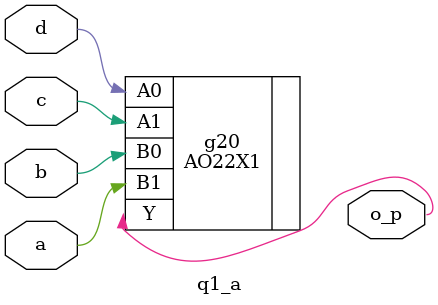
<source format=v>


// Verification Directory fv/q1_a 

module q1_a(a, b, c, d, o_p);
  input a, b, c, d;
  output o_p;
  wire a, b, c, d;
  wire o_p;
  AO22X1 g20(.A0 (d), .A1 (c), .B0 (b), .B1 (a), .Y (o_p));
endmodule


</source>
